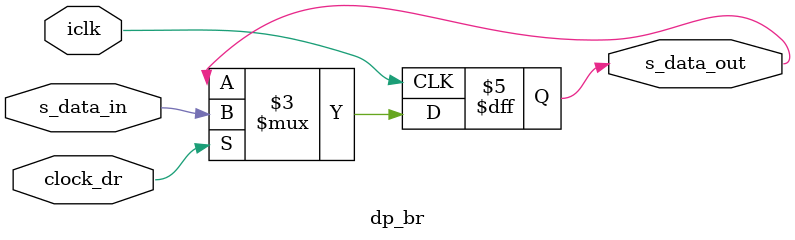
<source format=sv>
/*
*  File            :   dp_br.sv
*  Autor           :   Vlasov D.V.
*  Data            :   2018.04.01
*  Language        :   SystemVerilog
*  Description     :   This is debug bypass register
*  Copyright(c)    :   2018 - 2019 Vlasov D.V.
*/

module dp_br
( 
    input   logic   [0 : 0]     s_data_in,
    input   logic   [0 : 0]     clock_dr,

    input   logic   [0 : 0]     iclk,

    output  logic   [0 : 0]     s_data_out
);

    always_ff @( posedge iclk )
        if( clock_dr == 1'b1 )
            s_data_out <= s_data_in;
            
endmodule : dp_br

</source>
